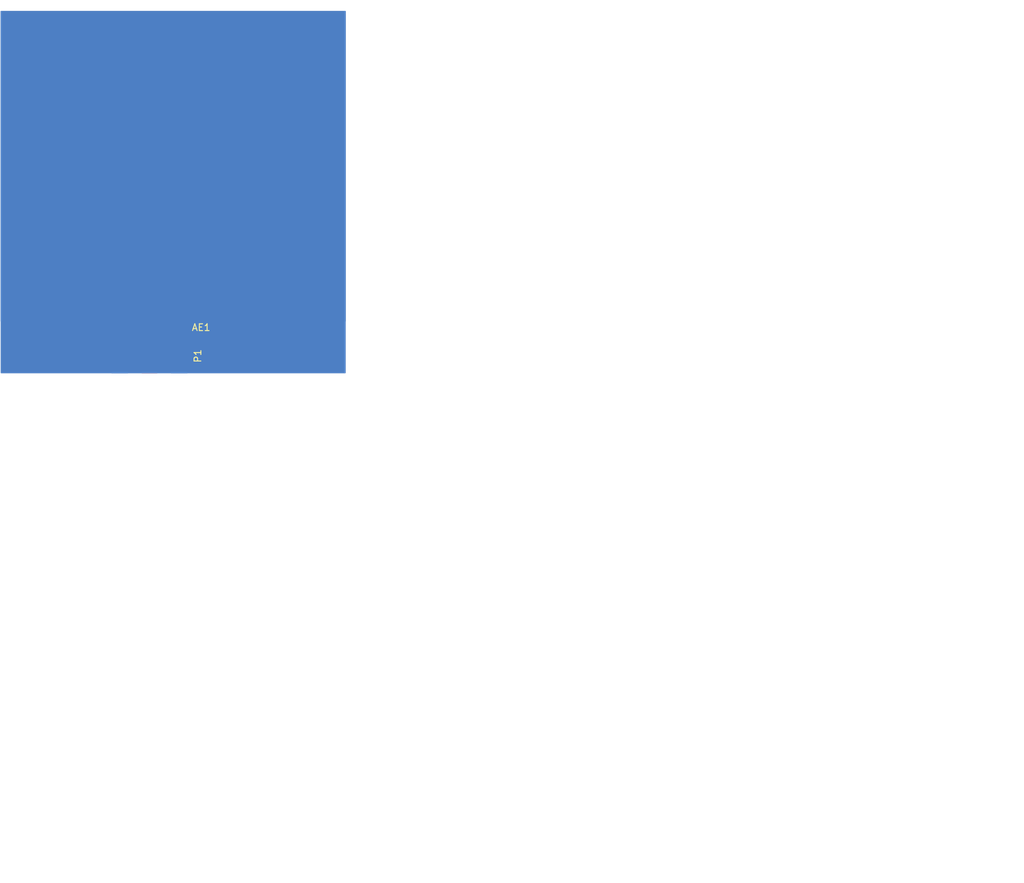
<source format=kicad_pcb>
(kicad_pcb (version 4) (host pcbnew 4.0.5)

  (general
    (links 3)
    (no_connects 0)
    (area 123.063 64.376 273.565714 194.39)
    (thickness 1.5748)
    (drawings 7)
    (tracks 3)
    (zones 0)
    (modules 2)
    (nets 3)
  )

  (page A4)
  (layers
    (0 F.Cu signal)
    (31 B.Cu signal)
    (32 B.Adhes user)
    (33 F.Adhes user)
    (34 B.Paste user)
    (35 F.Paste user)
    (36 B.SilkS user)
    (37 F.SilkS user)
    (38 B.Mask user)
    (39 F.Mask user)
    (40 Dwgs.User user)
    (41 Cmts.User user)
    (42 Eco1.User user hide)
    (43 Eco2.User user hide)
    (44 Edge.Cuts user)
    (45 Margin user)
    (46 B.CrtYd user)
    (47 F.CrtYd user)
    (48 B.Fab user)
    (49 F.Fab user)
  )

  (setup
    (last_trace_width 0.508)
    (trace_clearance 0.127)
    (zone_clearance 0.1524)
    (zone_45_only yes)
    (trace_min 0.127)
    (segment_width 0.2)
    (edge_width 0.15)
    (via_size 0.3048)
    (via_drill 0.254)
    (via_min_size 0.254)
    (via_min_drill 0.254)
    (uvia_size 0.2032)
    (uvia_drill 0.1524)
    (uvias_allowed no)
    (uvia_min_size 0.2032)
    (uvia_min_drill 0.1524)
    (pcb_text_width 0.3)
    (pcb_text_size 1.5 1.5)
    (mod_edge_width 0.15)
    (mod_text_size 1 1)
    (mod_text_width 0.15)
    (pad_size 34.925 30.48)
    (pad_drill 0)
    (pad_to_mask_clearance 0.0762)
    (aux_axis_origin 123.19 119.3927)
    (visible_elements 7FFFFFFF)
    (pcbplotparams
      (layerselection 0x020f0_80000001)
      (usegerberextensions false)
      (excludeedgelayer true)
      (linewidth 0.025400)
      (plotframeref false)
      (viasonmask false)
      (mode 1)
      (useauxorigin true)
      (hpglpennumber 1)
      (hpglpenspeed 20)
      (hpglpendiameter 15)
      (hpglpenoverlay 2)
      (psnegative false)
      (psa4output false)
      (plotreference true)
      (plotvalue true)
      (plotinvisibletext false)
      (padsonsilk false)
      (subtractmaskfromsilk false)
      (outputformat 1)
      (mirror false)
      (drillshape 0)
      (scaleselection 1)
      (outputdirectory artwork/))
  )

  (net 0 "")
  (net 1 /SIG)
  (net 2 GND)

  (net_class Default "This is the default net class."
    (clearance 0.127)
    (trace_width 0.508)
    (via_dia 0.3048)
    (via_drill 0.254)
    (uvia_dia 0.2032)
    (uvia_drill 0.1524)
    (add_net /SIG)
    (add_net GND)
  )

  (module Misc:Molex_SMA_Jack_Edge_Mount (layer F.Cu) (tedit 5903846F) (tstamp 58CB61E4)
    (at 145.0975 115.1255 90)
    (descr "Molex SMA Jack, Edge Mount")
    (tags "sma edge")
    (path /58A4C75B)
    (attr smd)
    (fp_text reference P1 (at -1.72 7.11 90) (layer F.SilkS)
      (effects (font (size 1 1) (thickness 0.15)))
    )
    (fp_text value SMA (at -1.72 -7.11 90) (layer F.Fab)
      (effects (font (size 1 1) (thickness 0.15)))
    )
    (fp_line (start -4.76 -0.38) (end 0.49 -0.38) (layer F.Fab) (width 0.1))
    (fp_line (start -4.76 0.38) (end 0.49 0.38) (layer F.Fab) (width 0.1))
    (fp_line (start 0.49 -0.38) (end 0.49 0.38) (layer F.Fab) (width 0.1))
    (fp_line (start 0.49 3.75) (end 0.49 4.76) (layer F.Fab) (width 0.1))
    (fp_line (start 0.49 -4.76) (end 0.49 -3.75) (layer F.Fab) (width 0.1))
    (fp_line (start -14.29 -6.09) (end -14.29 6.09) (layer F.CrtYd) (width 0.05))
    (fp_line (start -14.29 6.09) (end 2.71 6.09) (layer F.CrtYd) (width 0.05))
    (fp_line (start 2.71 -6.09) (end 2.71 6.09) (layer B.CrtYd) (width 0.05))
    (fp_line (start -14.29 -6.09) (end 2.71 -6.09) (layer B.CrtYd) (width 0.05))
    (fp_line (start -14.29 -6.09) (end -14.29 6.09) (layer B.CrtYd) (width 0.05))
    (fp_line (start -14.29 6.09) (end 2.71 6.09) (layer B.CrtYd) (width 0.05))
    (fp_line (start 2.71 -6.09) (end 2.71 6.09) (layer F.CrtYd) (width 0.05))
    (fp_line (start 2.71 -6.09) (end -14.29 -6.09) (layer F.CrtYd) (width 0.05))
    (fp_line (start -4.76 -3.75) (end 0.49 -3.75) (layer F.Fab) (width 0.1))
    (fp_line (start -4.76 3.75) (end 0.49 3.75) (layer F.Fab) (width 0.1))
    (fp_line (start -13.79 -2.65) (end -5.91 -2.65) (layer F.Fab) (width 0.1))
    (fp_line (start -13.79 -2.65) (end -13.79 2.65) (layer F.Fab) (width 0.1))
    (fp_line (start -13.79 2.65) (end -5.91 2.65) (layer F.Fab) (width 0.1))
    (fp_line (start -4.76 -3.75) (end -4.76 3.75) (layer F.Fab) (width 0.1))
    (fp_line (start 0.49 -4.76) (end -5.91 -4.76) (layer F.Fab) (width 0.1))
    (fp_line (start -5.91 -4.76) (end -5.91 4.76) (layer F.Fab) (width 0.1))
    (fp_line (start -5.91 4.76) (end 0.49 4.76) (layer F.Fab) (width 0.1))
    (pad 1 smd rect (at -1.72 0 90) (size 5.08 2.29) (layers F.Cu F.Paste F.Mask)
      (net 1 /SIG))
    (pad 2 smd rect (at -1.02 -4.38 90) (size 6.48 2.42) (layers B.Cu B.Paste B.Mask)
      (net 2 GND))
    (pad 2 smd rect (at -1.02 4.38 90) (size 6.48 2.42) (layers B.Cu B.Paste B.Mask)
      (net 2 GND))
  )

  (module Antennas:Patch_Antenna_2.4GHz (layer F.Cu) (tedit 58E489A0) (tstamp 58E47F24)
    (at 148.59 88.9)
    (descr "2.4GHz Patch Antenna")
    (tags "antenna patch 2.4")
    (path /58E57C0B)
    (fp_text reference AE1 (at 4.1148 23.749) (layer F.SilkS)
      (effects (font (size 1 1) (thickness 0.15)))
    )
    (fp_text value Antenna_Shield (at 0 -23.622) (layer F.Fab)
      (effects (font (size 1 1) (thickness 0.15)))
    )
    (pad 2 smd rect (at 0 0) (size 50.8 45.72) (layers B.Cu)
      (net 2 GND))
    (pad 1 smd rect (at 0 0) (size 34.925 30.48) (layers F.Cu)
      (net 1 /SIG))
  )

  (gr_line (start 173.99 66.04) (end 123.19 66.04) (angle 90) (layer Margin) (width 0.2))
  (gr_line (start 173.99 119.3927) (end 173.99 66.04) (angle 90) (layer Margin) (width 0.2))
  (gr_line (start 123.19 119.3927) (end 173.99 119.3927) (angle 90) (layer Margin) (width 0.2))
  (gr_line (start 123.19 66.04) (end 123.19 119.3927) (angle 90) (layer Margin) (width 0.2))
  (gr_text "April 28, 2017" (at 215.9 193.04) (layer Cmts.User)
    (effects (font (size 1.5 1.5) (thickness 0.3)))
  )
  (gr_text 0.3 (at 271.78 193.04) (layer Cmts.User)
    (effects (font (size 1.5 1.5) (thickness 0.3)))
  )
  (gr_text "Patch Test Board" (at 196.215 189.23) (layer Cmts.User)
    (effects (font (size 1.5 1.5) (thickness 0.3)))
  )

  (segment (start 145.0975 116.8455) (end 145.0975 92.3925) (width 0.508) (layer F.Cu) (net 1))
  (segment (start 145.0975 92.3925) (end 148.59 88.9) (width 0.508) (layer F.Cu) (net 1) (tstamp 590386A8))
  (segment (start 145.0975 92.3925) (end 148.59 88.9) (width 0.508) (layer F.Cu) (net 1) (tstamp 58E486F7))

  (zone (net 2) (net_name GND) (layer B.Cu) (tstamp 5903866C) (hatch edge 0.508)
    (connect_pads thru_hole_only (clearance 0.1524))
    (min_thickness 0.1524)
    (fill yes (arc_segments 16) (thermal_gap 0.508) (thermal_bridge_width 0.508))
    (polygon
      (pts
        (xy 173.99 119.3927) (xy 123.19 119.3927) (xy 123.19 66.04) (xy 173.99 66.04)
      )
    )
    (filled_polygon
      (pts
        (xy 173.9138 119.3165) (xy 123.2662 119.3165) (xy 123.2662 66.1162) (xy 173.9138 66.1162)
      )
    )
  )
  (zone (net 0) (net_name "") (layer F.Mask) (tstamp 59038792) (hatch edge 0.508)
    (connect_pads thru_hole_only (clearance 0.1524))
    (min_thickness 0.0762)
    (fill yes (arc_segments 16) (thermal_gap 0.508) (thermal_bridge_width 0.508))
    (polygon
      (pts
        (xy 173.99 119.3927) (xy 123.19 119.3927) (xy 123.19 66.04) (xy 173.99 66.04)
      )
    )
    (filled_polygon
      (pts
        (xy 173.9519 119.3546) (xy 123.2281 119.3546) (xy 123.2281 66.0781) (xy 173.9519 66.0781)
      )
    )
  )
)

</source>
